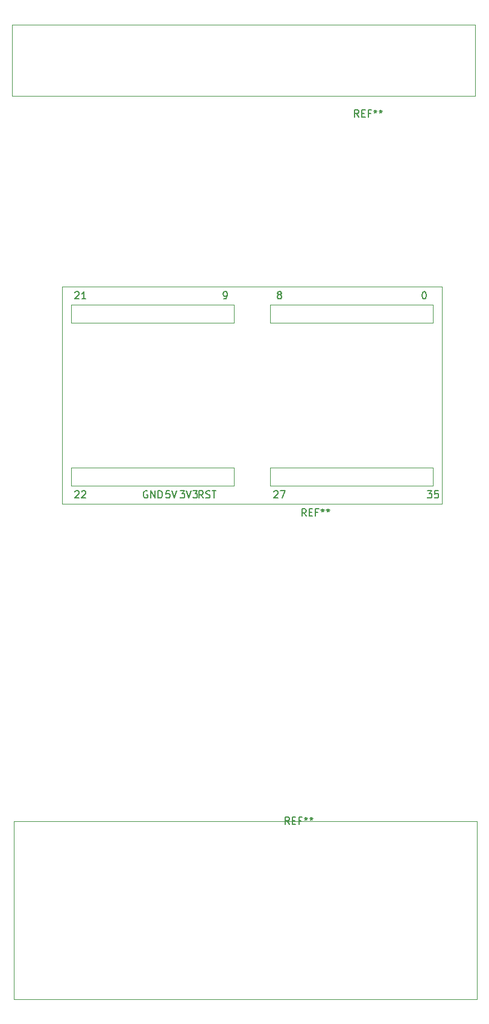
<source format=gbr>
%TF.GenerationSoftware,KiCad,Pcbnew,5.1.6-c6e7f7d~87~ubuntu18.04.1*%
%TF.CreationDate,2020-08-28T14:58:37-05:00*%
%TF.ProjectId,test_pcb,74657374-5f70-4636-922e-6b696361645f,rev?*%
%TF.SameCoordinates,Original*%
%TF.FileFunction,Legend,Top*%
%TF.FilePolarity,Positive*%
%FSLAX46Y46*%
G04 Gerber Fmt 4.6, Leading zero omitted, Abs format (unit mm)*
G04 Created by KiCad (PCBNEW 5.1.6-c6e7f7d~87~ubuntu18.04.1) date 2020-08-28 14:58:37*
%MOMM*%
%LPD*%
G01*
G04 APERTURE LIST*
%ADD10C,0.120000*%
%ADD11C,0.150000*%
G04 APERTURE END LIST*
D10*
%TO.C,REF\u002A\u002A*%
X107240000Y-43260000D02*
X107240000Y-53260000D01*
X109740000Y-53260000D02*
X172240000Y-53260000D01*
X172240000Y-53260000D02*
X172240000Y-43260000D01*
X172240000Y-43260000D02*
X112240000Y-43260000D01*
X112240000Y-43260000D02*
X109740000Y-43260000D01*
X107240000Y-43260000D02*
X109740000Y-43260000D01*
X107240000Y-53260000D02*
X109740000Y-53260000D01*
X107500000Y-155000000D02*
X107500000Y-180000000D01*
X107500000Y-180000000D02*
X172500000Y-180000000D01*
X172500000Y-180000000D02*
X172500000Y-155000000D01*
X172500000Y-155000000D02*
X107500000Y-155000000D01*
X138430000Y-82550000D02*
X115570000Y-82550000D01*
X138430000Y-85090000D02*
X138430000Y-82550000D01*
X115570000Y-85090000D02*
X138430000Y-85090000D01*
X115570000Y-82550000D02*
X115570000Y-85090000D01*
X143510000Y-82550000D02*
X143510000Y-85090000D01*
X143510000Y-85090000D02*
X166370000Y-85090000D01*
X166370000Y-85090000D02*
X166370000Y-82550000D01*
X166370000Y-82550000D02*
X143510000Y-82550000D01*
X143510000Y-105410000D02*
X143510000Y-107950000D01*
X166370000Y-107950000D02*
X166370000Y-105410000D01*
X166370000Y-105410000D02*
X143510000Y-105410000D01*
X143510000Y-107950000D02*
X166370000Y-107950000D01*
X115570000Y-105410000D02*
X115570000Y-107950000D01*
X115570000Y-107950000D02*
X138430000Y-107950000D01*
X138430000Y-107950000D02*
X138430000Y-105410000D01*
X138430000Y-105410000D02*
X115570000Y-105410000D01*
X114300000Y-80010000D02*
X114300000Y-110490000D01*
X114300000Y-110490000D02*
X167640000Y-110490000D01*
X167640000Y-110490000D02*
X167640000Y-80010000D01*
X167640000Y-80010000D02*
X114300000Y-80010000D01*
D11*
X155906666Y-56212380D02*
X155573333Y-55736190D01*
X155335238Y-56212380D02*
X155335238Y-55212380D01*
X155716190Y-55212380D01*
X155811428Y-55260000D01*
X155859047Y-55307619D01*
X155906666Y-55402857D01*
X155906666Y-55545714D01*
X155859047Y-55640952D01*
X155811428Y-55688571D01*
X155716190Y-55736190D01*
X155335238Y-55736190D01*
X156335238Y-55688571D02*
X156668571Y-55688571D01*
X156811428Y-56212380D02*
X156335238Y-56212380D01*
X156335238Y-55212380D01*
X156811428Y-55212380D01*
X157573333Y-55688571D02*
X157240000Y-55688571D01*
X157240000Y-56212380D02*
X157240000Y-55212380D01*
X157716190Y-55212380D01*
X158240000Y-55212380D02*
X158240000Y-55450476D01*
X158001904Y-55355238D02*
X158240000Y-55450476D01*
X158478095Y-55355238D01*
X158097142Y-55640952D02*
X158240000Y-55450476D01*
X158382857Y-55640952D01*
X159001904Y-55212380D02*
X159001904Y-55450476D01*
X158763809Y-55355238D02*
X159001904Y-55450476D01*
X159240000Y-55355238D01*
X158859047Y-55640952D02*
X159001904Y-55450476D01*
X159144761Y-55640952D01*
X146166666Y-155452380D02*
X145833333Y-154976190D01*
X145595238Y-155452380D02*
X145595238Y-154452380D01*
X145976190Y-154452380D01*
X146071428Y-154500000D01*
X146119047Y-154547619D01*
X146166666Y-154642857D01*
X146166666Y-154785714D01*
X146119047Y-154880952D01*
X146071428Y-154928571D01*
X145976190Y-154976190D01*
X145595238Y-154976190D01*
X146595238Y-154928571D02*
X146928571Y-154928571D01*
X147071428Y-155452380D02*
X146595238Y-155452380D01*
X146595238Y-154452380D01*
X147071428Y-154452380D01*
X147833333Y-154928571D02*
X147500000Y-154928571D01*
X147500000Y-155452380D02*
X147500000Y-154452380D01*
X147976190Y-154452380D01*
X148500000Y-154452380D02*
X148500000Y-154690476D01*
X148261904Y-154595238D02*
X148500000Y-154690476D01*
X148738095Y-154595238D01*
X148357142Y-154880952D02*
X148500000Y-154690476D01*
X148642857Y-154880952D01*
X149261904Y-154452380D02*
X149261904Y-154690476D01*
X149023809Y-154595238D02*
X149261904Y-154690476D01*
X149500000Y-154595238D01*
X149119047Y-154880952D02*
X149261904Y-154690476D01*
X149404761Y-154880952D01*
X148526666Y-112212380D02*
X148193333Y-111736190D01*
X147955238Y-112212380D02*
X147955238Y-111212380D01*
X148336190Y-111212380D01*
X148431428Y-111260000D01*
X148479047Y-111307619D01*
X148526666Y-111402857D01*
X148526666Y-111545714D01*
X148479047Y-111640952D01*
X148431428Y-111688571D01*
X148336190Y-111736190D01*
X147955238Y-111736190D01*
X148955238Y-111688571D02*
X149288571Y-111688571D01*
X149431428Y-112212380D02*
X148955238Y-112212380D01*
X148955238Y-111212380D01*
X149431428Y-111212380D01*
X150193333Y-111688571D02*
X149860000Y-111688571D01*
X149860000Y-112212380D02*
X149860000Y-111212380D01*
X150336190Y-111212380D01*
X150860000Y-111212380D02*
X150860000Y-111450476D01*
X150621904Y-111355238D02*
X150860000Y-111450476D01*
X151098095Y-111355238D01*
X150717142Y-111640952D02*
X150860000Y-111450476D01*
X151002857Y-111640952D01*
X151621904Y-111212380D02*
X151621904Y-111450476D01*
X151383809Y-111355238D02*
X151621904Y-111450476D01*
X151860000Y-111355238D01*
X151479047Y-111640952D02*
X151621904Y-111450476D01*
X151764761Y-111640952D01*
X165560476Y-108672380D02*
X166179523Y-108672380D01*
X165846190Y-109053333D01*
X165989047Y-109053333D01*
X166084285Y-109100952D01*
X166131904Y-109148571D01*
X166179523Y-109243809D01*
X166179523Y-109481904D01*
X166131904Y-109577142D01*
X166084285Y-109624761D01*
X165989047Y-109672380D01*
X165703333Y-109672380D01*
X165608095Y-109624761D01*
X165560476Y-109577142D01*
X167084285Y-108672380D02*
X166608095Y-108672380D01*
X166560476Y-109148571D01*
X166608095Y-109100952D01*
X166703333Y-109053333D01*
X166941428Y-109053333D01*
X167036666Y-109100952D01*
X167084285Y-109148571D01*
X167131904Y-109243809D01*
X167131904Y-109481904D01*
X167084285Y-109577142D01*
X167036666Y-109624761D01*
X166941428Y-109672380D01*
X166703333Y-109672380D01*
X166608095Y-109624761D01*
X166560476Y-109577142D01*
X144018095Y-108767619D02*
X144065714Y-108720000D01*
X144160952Y-108672380D01*
X144399047Y-108672380D01*
X144494285Y-108720000D01*
X144541904Y-108767619D01*
X144589523Y-108862857D01*
X144589523Y-108958095D01*
X144541904Y-109100952D01*
X143970476Y-109672380D01*
X144589523Y-109672380D01*
X144922857Y-108672380D02*
X145589523Y-108672380D01*
X145160952Y-109672380D01*
X134072380Y-109672380D02*
X133739047Y-109196190D01*
X133500952Y-109672380D02*
X133500952Y-108672380D01*
X133881904Y-108672380D01*
X133977142Y-108720000D01*
X134024761Y-108767619D01*
X134072380Y-108862857D01*
X134072380Y-109005714D01*
X134024761Y-109100952D01*
X133977142Y-109148571D01*
X133881904Y-109196190D01*
X133500952Y-109196190D01*
X134453333Y-109624761D02*
X134596190Y-109672380D01*
X134834285Y-109672380D01*
X134929523Y-109624761D01*
X134977142Y-109577142D01*
X135024761Y-109481904D01*
X135024761Y-109386666D01*
X134977142Y-109291428D01*
X134929523Y-109243809D01*
X134834285Y-109196190D01*
X134643809Y-109148571D01*
X134548571Y-109100952D01*
X134500952Y-109053333D01*
X134453333Y-108958095D01*
X134453333Y-108862857D01*
X134500952Y-108767619D01*
X134548571Y-108720000D01*
X134643809Y-108672380D01*
X134881904Y-108672380D01*
X135024761Y-108720000D01*
X135310476Y-108672380D02*
X135881904Y-108672380D01*
X135596190Y-109672380D02*
X135596190Y-108672380D01*
X130841904Y-108672380D02*
X131460952Y-108672380D01*
X131127619Y-109053333D01*
X131270476Y-109053333D01*
X131365714Y-109100952D01*
X131413333Y-109148571D01*
X131460952Y-109243809D01*
X131460952Y-109481904D01*
X131413333Y-109577142D01*
X131365714Y-109624761D01*
X131270476Y-109672380D01*
X130984761Y-109672380D01*
X130889523Y-109624761D01*
X130841904Y-109577142D01*
X131746666Y-108672380D02*
X132080000Y-109672380D01*
X132413333Y-108672380D01*
X132651428Y-108672380D02*
X133270476Y-108672380D01*
X132937142Y-109053333D01*
X133080000Y-109053333D01*
X133175238Y-109100952D01*
X133222857Y-109148571D01*
X133270476Y-109243809D01*
X133270476Y-109481904D01*
X133222857Y-109577142D01*
X133175238Y-109624761D01*
X133080000Y-109672380D01*
X132794285Y-109672380D01*
X132699047Y-109624761D01*
X132651428Y-109577142D01*
X129349523Y-108672380D02*
X128873333Y-108672380D01*
X128825714Y-109148571D01*
X128873333Y-109100952D01*
X128968571Y-109053333D01*
X129206666Y-109053333D01*
X129301904Y-109100952D01*
X129349523Y-109148571D01*
X129397142Y-109243809D01*
X129397142Y-109481904D01*
X129349523Y-109577142D01*
X129301904Y-109624761D01*
X129206666Y-109672380D01*
X128968571Y-109672380D01*
X128873333Y-109624761D01*
X128825714Y-109577142D01*
X129682857Y-108672380D02*
X130016190Y-109672380D01*
X130349523Y-108672380D01*
X126238095Y-108720000D02*
X126142857Y-108672380D01*
X126000000Y-108672380D01*
X125857142Y-108720000D01*
X125761904Y-108815238D01*
X125714285Y-108910476D01*
X125666666Y-109100952D01*
X125666666Y-109243809D01*
X125714285Y-109434285D01*
X125761904Y-109529523D01*
X125857142Y-109624761D01*
X126000000Y-109672380D01*
X126095238Y-109672380D01*
X126238095Y-109624761D01*
X126285714Y-109577142D01*
X126285714Y-109243809D01*
X126095238Y-109243809D01*
X126714285Y-109672380D02*
X126714285Y-108672380D01*
X127285714Y-109672380D01*
X127285714Y-108672380D01*
X127761904Y-109672380D02*
X127761904Y-108672380D01*
X128000000Y-108672380D01*
X128142857Y-108720000D01*
X128238095Y-108815238D01*
X128285714Y-108910476D01*
X128333333Y-109100952D01*
X128333333Y-109243809D01*
X128285714Y-109434285D01*
X128238095Y-109529523D01*
X128142857Y-109624761D01*
X128000000Y-109672380D01*
X127761904Y-109672380D01*
X116078095Y-108767619D02*
X116125714Y-108720000D01*
X116220952Y-108672380D01*
X116459047Y-108672380D01*
X116554285Y-108720000D01*
X116601904Y-108767619D01*
X116649523Y-108862857D01*
X116649523Y-108958095D01*
X116601904Y-109100952D01*
X116030476Y-109672380D01*
X116649523Y-109672380D01*
X117030476Y-108767619D02*
X117078095Y-108720000D01*
X117173333Y-108672380D01*
X117411428Y-108672380D01*
X117506666Y-108720000D01*
X117554285Y-108767619D01*
X117601904Y-108862857D01*
X117601904Y-108958095D01*
X117554285Y-109100952D01*
X116982857Y-109672380D01*
X117601904Y-109672380D01*
X116078095Y-80827619D02*
X116125714Y-80780000D01*
X116220952Y-80732380D01*
X116459047Y-80732380D01*
X116554285Y-80780000D01*
X116601904Y-80827619D01*
X116649523Y-80922857D01*
X116649523Y-81018095D01*
X116601904Y-81160952D01*
X116030476Y-81732380D01*
X116649523Y-81732380D01*
X117601904Y-81732380D02*
X117030476Y-81732380D01*
X117316190Y-81732380D02*
X117316190Y-80732380D01*
X117220952Y-80875238D01*
X117125714Y-80970476D01*
X117030476Y-81018095D01*
X136969523Y-81732380D02*
X137160000Y-81732380D01*
X137255238Y-81684761D01*
X137302857Y-81637142D01*
X137398095Y-81494285D01*
X137445714Y-81303809D01*
X137445714Y-80922857D01*
X137398095Y-80827619D01*
X137350476Y-80780000D01*
X137255238Y-80732380D01*
X137064761Y-80732380D01*
X136969523Y-80780000D01*
X136921904Y-80827619D01*
X136874285Y-80922857D01*
X136874285Y-81160952D01*
X136921904Y-81256190D01*
X136969523Y-81303809D01*
X137064761Y-81351428D01*
X137255238Y-81351428D01*
X137350476Y-81303809D01*
X137398095Y-81256190D01*
X137445714Y-81160952D01*
X144684761Y-81160952D02*
X144589523Y-81113333D01*
X144541904Y-81065714D01*
X144494285Y-80970476D01*
X144494285Y-80922857D01*
X144541904Y-80827619D01*
X144589523Y-80780000D01*
X144684761Y-80732380D01*
X144875238Y-80732380D01*
X144970476Y-80780000D01*
X145018095Y-80827619D01*
X145065714Y-80922857D01*
X145065714Y-80970476D01*
X145018095Y-81065714D01*
X144970476Y-81113333D01*
X144875238Y-81160952D01*
X144684761Y-81160952D01*
X144589523Y-81208571D01*
X144541904Y-81256190D01*
X144494285Y-81351428D01*
X144494285Y-81541904D01*
X144541904Y-81637142D01*
X144589523Y-81684761D01*
X144684761Y-81732380D01*
X144875238Y-81732380D01*
X144970476Y-81684761D01*
X145018095Y-81637142D01*
X145065714Y-81541904D01*
X145065714Y-81351428D01*
X145018095Y-81256190D01*
X144970476Y-81208571D01*
X144875238Y-81160952D01*
X165052380Y-80732380D02*
X165147619Y-80732380D01*
X165242857Y-80780000D01*
X165290476Y-80827619D01*
X165338095Y-80922857D01*
X165385714Y-81113333D01*
X165385714Y-81351428D01*
X165338095Y-81541904D01*
X165290476Y-81637142D01*
X165242857Y-81684761D01*
X165147619Y-81732380D01*
X165052380Y-81732380D01*
X164957142Y-81684761D01*
X164909523Y-81637142D01*
X164861904Y-81541904D01*
X164814285Y-81351428D01*
X164814285Y-81113333D01*
X164861904Y-80922857D01*
X164909523Y-80827619D01*
X164957142Y-80780000D01*
X165052380Y-80732380D01*
%TD*%
M02*

</source>
